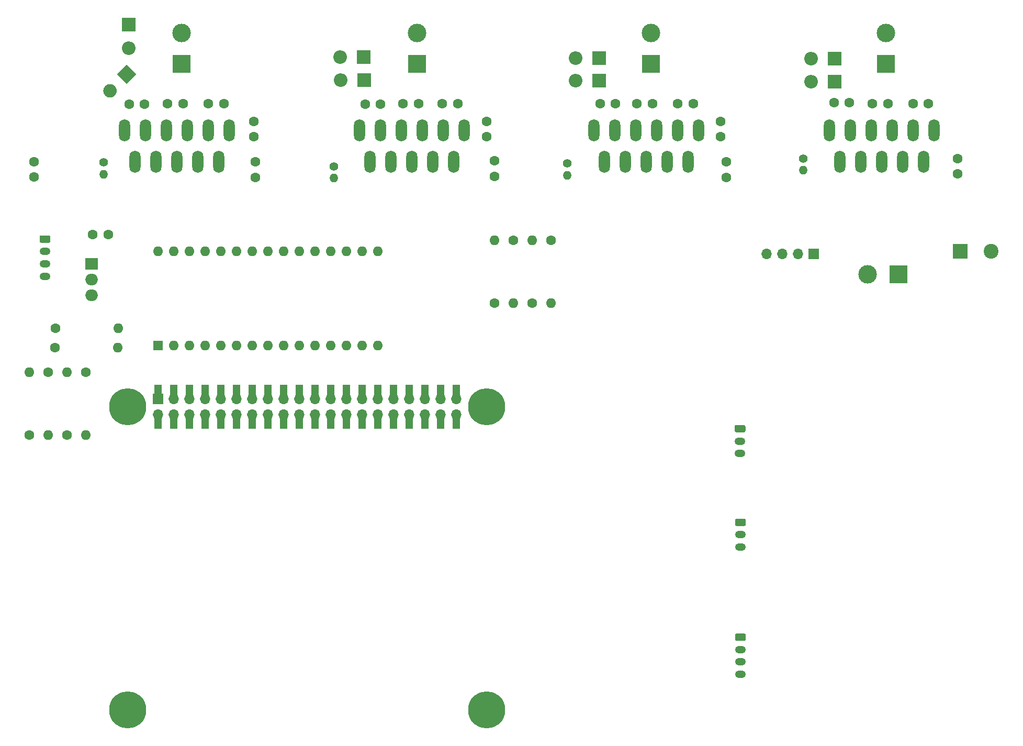
<source format=gbs>
G04 #@! TF.GenerationSoftware,KiCad,Pcbnew,(5.1.6)-1*
G04 #@! TF.CreationDate,2021-04-18T21:34:56+02:00*
G04 #@! TF.ProjectId,eduRov_motherboard,65647552-6f76-45f6-9d6f-74686572626f,rev?*
G04 #@! TF.SameCoordinates,Original*
G04 #@! TF.FileFunction,Soldermask,Bot*
G04 #@! TF.FilePolarity,Negative*
%FSLAX46Y46*%
G04 Gerber Fmt 4.6, Leading zero omitted, Abs format (unit mm)*
G04 Created by KiCad (PCBNEW (5.1.6)-1) date 2021-04-18 21:34:56*
%MOMM*%
%LPD*%
G01*
G04 APERTURE LIST*
%ADD10R,1.270000X1.680000*%
%ADD11O,1.700000X1.700000*%
%ADD12R,1.700000X1.700000*%
%ADD13C,6.000000*%
%ADD14O,1.750000X1.200000*%
%ADD15O,2.000000X1.905000*%
%ADD16R,2.000000X1.905000*%
%ADD17C,3.000000*%
%ADD18R,3.000000X3.000000*%
%ADD19O,1.800000X3.600000*%
%ADD20O,1.600000X1.600000*%
%ADD21C,1.600000*%
%ADD22O,1.400000X1.400000*%
%ADD23C,1.400000*%
%ADD24C,2.400000*%
%ADD25R,2.400000X2.400000*%
%ADD26O,2.200000X2.200000*%
%ADD27R,2.200000X2.200000*%
%ADD28C,0.100000*%
%ADD29R,1.600000X1.600000*%
G04 APERTURE END LIST*
D10*
X82550000Y-104574000D03*
X92710000Y-104574000D03*
X107950000Y-104574000D03*
X80010000Y-104574000D03*
X100330000Y-104574000D03*
X105410000Y-104574000D03*
X113030000Y-104574000D03*
X115570000Y-104574000D03*
X118110000Y-104574000D03*
X90170000Y-104574000D03*
X110490000Y-104574000D03*
X120650000Y-104574000D03*
X123190000Y-104574000D03*
X125730000Y-104574000D03*
X128270000Y-104574000D03*
X87630000Y-104574000D03*
X95250000Y-104574000D03*
X97790000Y-104574000D03*
X85090000Y-104574000D03*
X102870000Y-104574000D03*
X102870000Y-99134000D03*
X105410000Y-99134000D03*
X115570000Y-99134000D03*
X120650000Y-99134000D03*
X97790000Y-99134000D03*
X128270000Y-99134000D03*
X87630000Y-99134000D03*
X107950000Y-99134000D03*
X125730000Y-99134000D03*
X85090000Y-99134000D03*
X110490000Y-99134000D03*
X118110000Y-99134000D03*
X92710000Y-99134000D03*
X80010000Y-99134000D03*
X100330000Y-99134000D03*
X95250000Y-99134000D03*
X123190000Y-99134000D03*
X113030000Y-99134000D03*
X90170000Y-99134000D03*
X82550000Y-99134000D03*
D11*
X105410000Y-103124000D03*
X115570000Y-103124000D03*
X107950000Y-103124000D03*
X125730000Y-100584000D03*
D12*
X80010000Y-100584000D03*
D11*
X118110000Y-100584000D03*
X128270000Y-100584000D03*
X100330000Y-103124000D03*
X120650000Y-100584000D03*
X85090000Y-100584000D03*
X120650000Y-103124000D03*
X82550000Y-103124000D03*
X82550000Y-100584000D03*
X95250000Y-103124000D03*
D13*
X133140000Y-101854000D03*
D11*
X102870000Y-103124000D03*
X123190000Y-100584000D03*
X110490000Y-103124000D03*
X107950000Y-100584000D03*
X110490000Y-100584000D03*
X102870000Y-100584000D03*
X97790000Y-100584000D03*
X87630000Y-103124000D03*
X92710000Y-103124000D03*
D13*
X75140000Y-150854000D03*
D11*
X128270000Y-103124000D03*
D13*
X75140000Y-101854000D03*
D11*
X87630000Y-100584000D03*
X90170000Y-100584000D03*
X123190000Y-103124000D03*
X97790000Y-103124000D03*
X85090000Y-103124000D03*
X113030000Y-103124000D03*
X125730000Y-103124000D03*
X95250000Y-100584000D03*
X113030000Y-100584000D03*
X80010000Y-103124000D03*
X100330000Y-100584000D03*
X92710000Y-100584000D03*
D13*
X133140000Y-150854000D03*
D11*
X118110000Y-103124000D03*
X90170000Y-103124000D03*
X115570000Y-100584000D03*
X105410000Y-100584000D03*
D14*
X61722000Y-80739500D03*
X61722000Y-78739500D03*
X61722000Y-76739500D03*
G36*
G01*
X61096999Y-74139500D02*
X62347001Y-74139500D01*
G75*
G02*
X62597000Y-74389499I0J-249999D01*
G01*
X62597000Y-75089501D01*
G75*
G02*
X62347001Y-75339500I-249999J0D01*
G01*
X61096999Y-75339500D01*
G75*
G02*
X60847000Y-75089501I0J249999D01*
G01*
X60847000Y-74389499D01*
G75*
G02*
X61096999Y-74139500I249999J0D01*
G01*
G37*
D15*
X69278500Y-83820000D03*
X69278500Y-81280000D03*
D16*
X69278500Y-78740000D03*
D17*
X197802500Y-41418500D03*
D18*
X197802500Y-46418500D03*
D17*
X159766000Y-41418500D03*
D18*
X159766000Y-46418500D03*
D17*
X121920000Y-41418500D03*
D18*
X121920000Y-46418500D03*
D17*
X83820000Y-41418500D03*
D18*
X83820000Y-46418500D03*
D14*
X174244000Y-145128500D03*
X174244000Y-143128500D03*
X174244000Y-141128500D03*
G36*
G01*
X173618999Y-138528500D02*
X174869001Y-138528500D01*
G75*
G02*
X175119000Y-138778499I0J-249999D01*
G01*
X175119000Y-139478501D01*
G75*
G02*
X174869001Y-139728500I-249999J0D01*
G01*
X173618999Y-139728500D01*
G75*
G02*
X173369000Y-139478501I0J249999D01*
G01*
X173369000Y-138778499D01*
G75*
G02*
X173618999Y-138528500I249999J0D01*
G01*
G37*
X174244000Y-124555000D03*
X174244000Y-122555000D03*
G36*
G01*
X173618999Y-119955000D02*
X174869001Y-119955000D01*
G75*
G02*
X175119000Y-120204999I0J-249999D01*
G01*
X175119000Y-120905001D01*
G75*
G02*
X174869001Y-121155000I-249999J0D01*
G01*
X173618999Y-121155000D01*
G75*
G02*
X173369000Y-120905001I0J249999D01*
G01*
X173369000Y-120204999D01*
G75*
G02*
X173618999Y-119955000I249999J0D01*
G01*
G37*
X174180500Y-109410000D03*
X174180500Y-107410000D03*
G36*
G01*
X173555499Y-104810000D02*
X174805501Y-104810000D01*
G75*
G02*
X175055500Y-105059999I0J-249999D01*
G01*
X175055500Y-105760001D01*
G75*
G02*
X174805501Y-106010000I-249999J0D01*
G01*
X173555499Y-106010000D01*
G75*
G02*
X173305500Y-105760001I0J249999D01*
G01*
X173305500Y-105059999D01*
G75*
G02*
X173555499Y-104810000I249999J0D01*
G01*
G37*
D19*
X74558000Y-57150000D03*
X76258000Y-62230000D03*
X77958000Y-57150000D03*
X79658000Y-62230000D03*
X81358000Y-57150000D03*
X83058000Y-62230000D03*
X84758000Y-57150000D03*
X86458000Y-62230000D03*
X88158000Y-57150000D03*
X89858000Y-62230000D03*
X91558000Y-57150000D03*
X112580000Y-57150000D03*
X114280000Y-62230000D03*
X115980000Y-57150000D03*
X117680000Y-62230000D03*
X119380000Y-57150000D03*
X121080000Y-62230000D03*
X122780000Y-57150000D03*
X124480000Y-62230000D03*
X126180000Y-57150000D03*
X127880000Y-62230000D03*
X129580000Y-57150000D03*
X150504000Y-57150000D03*
X152204000Y-62230000D03*
X153904000Y-57150000D03*
X155604000Y-62230000D03*
X157304000Y-57150000D03*
X159004000Y-62230000D03*
X160704000Y-57150000D03*
X162404000Y-62230000D03*
X164104000Y-57150000D03*
X165804000Y-62230000D03*
X167504000Y-57150000D03*
X188604000Y-57150000D03*
X190304000Y-62230000D03*
X192004000Y-57150000D03*
X193704000Y-62230000D03*
X195404000Y-57150000D03*
X197104000Y-62230000D03*
X198804000Y-57150000D03*
X200504000Y-62230000D03*
X202204000Y-57150000D03*
X203904000Y-62230000D03*
X205604000Y-57150000D03*
D20*
X73596500Y-89154000D03*
D21*
X63436500Y-89154000D03*
D20*
X134429500Y-74930000D03*
D21*
X134429500Y-85090000D03*
D20*
X137477500Y-85090000D03*
D21*
X137477500Y-74930000D03*
D20*
X140525500Y-74930000D03*
D21*
X140525500Y-85090000D03*
D20*
X143573500Y-85090000D03*
D21*
X143573500Y-74930000D03*
D20*
X73533000Y-92265500D03*
D21*
X63373000Y-92265500D03*
D20*
X65278000Y-96266000D03*
D21*
X65278000Y-106426000D03*
D20*
X68326000Y-106426000D03*
D21*
X68326000Y-96266000D03*
D20*
X59182000Y-96266000D03*
D21*
X59182000Y-106426000D03*
D20*
X62230000Y-106426000D03*
D21*
X62230000Y-96266000D03*
D22*
X71247000Y-64262000D03*
D23*
X71247000Y-62362000D03*
D22*
X108458000Y-64892000D03*
D23*
X108458000Y-62992000D03*
D22*
X146215100Y-64401780D03*
D23*
X146215100Y-62501780D03*
D22*
X184404000Y-63622000D03*
D23*
X184404000Y-61722000D03*
D21*
X59944000Y-64730000D03*
X59944000Y-62230000D03*
X95758000Y-64770000D03*
X95758000Y-62270000D03*
X134477760Y-64569340D03*
X134477760Y-62069340D03*
X171958000Y-64770000D03*
X171958000Y-62270000D03*
X71969000Y-74041000D03*
X69469000Y-74041000D03*
X95504000Y-58189500D03*
X95504000Y-55689500D03*
X133159500Y-58189500D03*
X133159500Y-55689500D03*
X171005500Y-58189500D03*
X171005500Y-55689500D03*
X209359500Y-61698500D03*
X209359500Y-64198500D03*
D24*
X214804000Y-76708000D03*
D25*
X209804000Y-76708000D03*
D26*
X75311000Y-43878500D03*
D27*
X75311000Y-40068500D03*
G36*
G01*
X73013740Y-49985760D02*
X73013740Y-49985760D01*
G75*
G02*
X73013740Y-51541394I-777817J-777817D01*
G01*
X73013740Y-51541394D01*
G75*
G02*
X71458106Y-51541394I-777817J777817D01*
G01*
X71458106Y-51541394D01*
G75*
G02*
X71458106Y-49985760I777817J777817D01*
G01*
X71458106Y-49985760D01*
G75*
G02*
X73013740Y-49985760I777817J-777817D01*
G01*
G37*
D28*
G36*
X74930000Y-46513865D02*
G01*
X76485635Y-48069500D01*
X74930000Y-49625135D01*
X73374365Y-48069500D01*
X74930000Y-46513865D01*
G37*
D26*
X109474000Y-45339000D03*
D27*
X113284000Y-45339000D03*
D26*
X109537500Y-49022000D03*
D27*
X113347500Y-49022000D03*
D26*
X147574000Y-45466000D03*
D27*
X151384000Y-45466000D03*
D26*
X147574000Y-49149000D03*
D27*
X151384000Y-49149000D03*
D26*
X185674000Y-45593000D03*
D27*
X189484000Y-45593000D03*
D26*
X185674000Y-49276000D03*
D27*
X189484000Y-49276000D03*
D21*
X88178000Y-52832000D03*
X90678000Y-52832000D03*
X81574000Y-52832000D03*
X84074000Y-52832000D03*
X75351000Y-52959000D03*
X77851000Y-52959000D03*
X126024000Y-52832000D03*
X128524000Y-52832000D03*
X119674000Y-52832000D03*
X122174000Y-52832000D03*
X113514500Y-52895500D03*
X116014500Y-52895500D03*
X164124000Y-52832000D03*
X166624000Y-52832000D03*
X157520000Y-52832000D03*
X160020000Y-52832000D03*
X151551000Y-52832000D03*
X154051000Y-52832000D03*
X202160500Y-52832000D03*
X204660500Y-52832000D03*
X195580000Y-52832000D03*
X198080000Y-52832000D03*
X189397000Y-52705000D03*
X191897000Y-52705000D03*
D20*
X115570000Y-76708000D03*
X115570000Y-91948000D03*
X80010000Y-76708000D03*
X113030000Y-91948000D03*
X82550000Y-76708000D03*
X110490000Y-91948000D03*
X85090000Y-76708000D03*
X107950000Y-91948000D03*
X87630000Y-76708000D03*
X105410000Y-91948000D03*
X90170000Y-76708000D03*
X102870000Y-91948000D03*
X92710000Y-76708000D03*
X100330000Y-91948000D03*
X95250000Y-76708000D03*
X97790000Y-91948000D03*
X97790000Y-76708000D03*
X95250000Y-91948000D03*
X100330000Y-76708000D03*
X92710000Y-91948000D03*
X102870000Y-76708000D03*
X90170000Y-91948000D03*
X105410000Y-76708000D03*
X87630000Y-91948000D03*
X107950000Y-76708000D03*
X85090000Y-91948000D03*
X110490000Y-76708000D03*
X82550000Y-91948000D03*
X113030000Y-76708000D03*
D29*
X80010000Y-91948000D03*
D17*
X194796400Y-80479900D03*
D18*
X199796400Y-80479900D03*
D11*
X178511200Y-77152500D03*
X181051200Y-77152500D03*
X183591200Y-77152500D03*
D12*
X186131200Y-77152500D03*
M02*

</source>
